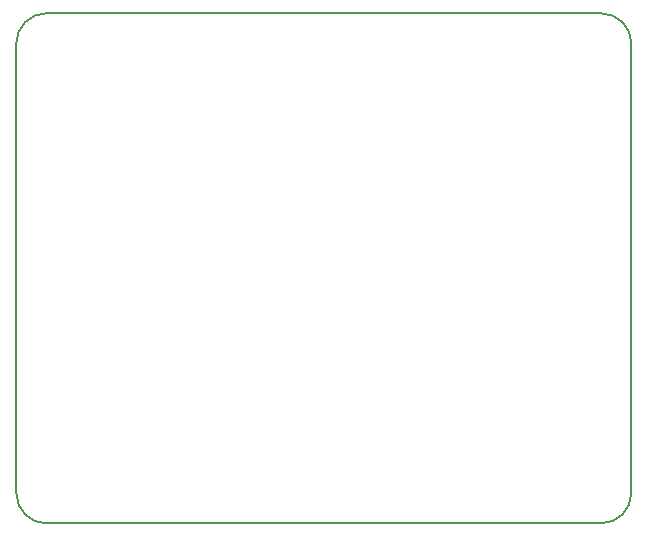
<source format=gbr>
G04 #@! TF.FileFunction,Profile,NP*
%FSLAX46Y46*%
G04 Gerber Fmt 4.6, Leading zero omitted, Abs format (unit mm)*
G04 Created by KiCad (PCBNEW 4.0.6) date 06/18/17 14:50:58*
%MOMM*%
%LPD*%
G01*
G04 APERTURE LIST*
%ADD10C,0.100000*%
%ADD11C,0.150000*%
G04 APERTURE END LIST*
D10*
D11*
X53340000Y42545000D02*
G75*
G03X50800000Y45085000I-2540000J0D01*
G01*
X53340000Y4445000D02*
X53340000Y42545000D01*
X50800000Y1905000D02*
G75*
G03X53340000Y4445000I0J2540000D01*
G01*
X1270000Y4445000D02*
G75*
G03X3810000Y1905000I2540000J0D01*
G01*
X3810000Y45085000D02*
G75*
G03X1270000Y42545000I0J-2540000D01*
G01*
X3810000Y45085000D02*
X50800000Y45085000D01*
X3810000Y1905000D02*
X50800000Y1905000D01*
X1270000Y42545000D02*
X1270000Y4445000D01*
M02*

</source>
